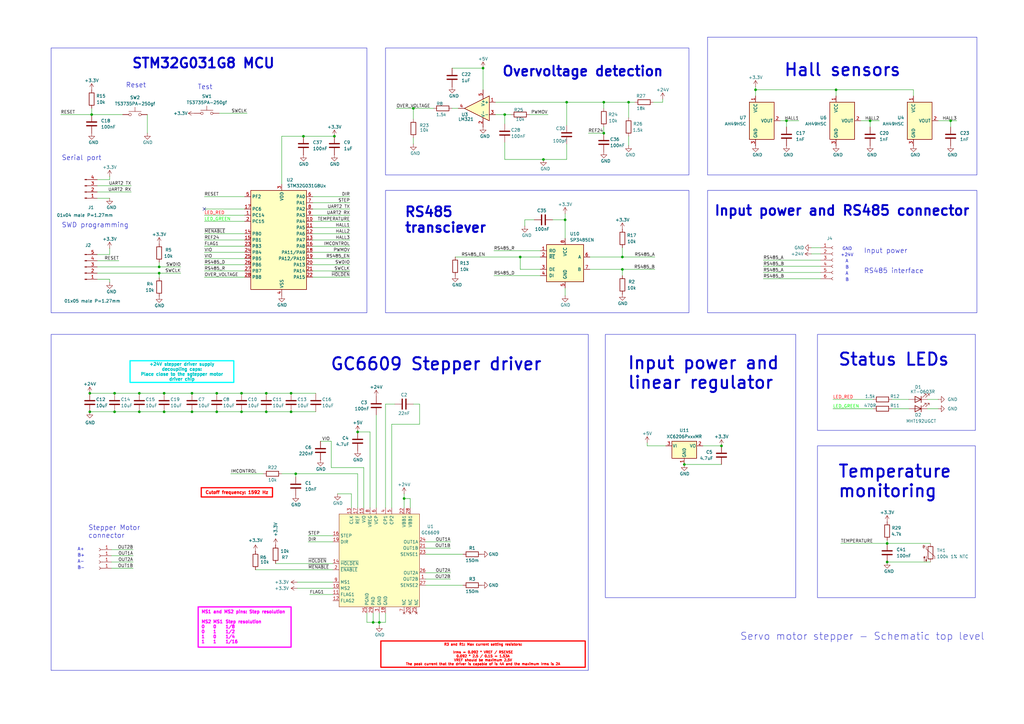
<source format=kicad_sch>
(kicad_sch (version 20231120) (generator "eeschema") (generator_version "8.0")
  (paper "A3")
  (title_block (title "Servo motor stepper M3 - Schematic top level") (date "2024-08-19") (rev "V10"))
  (junction (at 165.735 204.47))
  (junction (at 57.15 161.29))
  (junction (at 37.592 46.99))
  (junction (at 119.38 168.91))
  (junction (at 46.99 161.29))
  (junction (at 389.89 49.53))
  (junction (at 213.36 105.41))
  (junction (at 65.278 112.014))
  (junction (at 169.545 44.45))
  (junction (at 124.46 55.88))
  (junction (at 65.278 109.474))
  (junction (at 67.31 161.29))
  (junction (at 247.65 41.91))
  (junction (at 255.27 110.49))
  (junction (at 46.99 168.91))
  (junction (at 67.31 168.91))
  (junction (at 232.41 41.91))
  (junction (at 137.16 55.88))
  (junction (at 198.12 27.94))
  (junction (at 363.855 230.505))
  (junction (at 99.06 168.91))
  (junction (at 295.91 182.88))
  (junction (at 109.22 161.29))
  (junction (at 119.38 161.29))
  (junction (at 78.74 161.29))
  (junction (at 36.83 168.91))
  (junction (at 99.06 161.29))
  (junction (at 121.285 194.31))
  (junction (at 309.88 36.83))
  (junction (at 322.58 49.53))
  (junction (at 222.885 65.405))
  (junction (at 57.15 168.91))
  (junction (at 257.81 41.91))
  (junction (at 363.855 222.885))
  (junction (at 342.9 36.83))
  (junction (at 247.65 54.61))
  (junction (at 231.775 90.17))
  (junction (at 155.575 255.27))
  (junction (at 255.27 105.41))
  (junction (at 36.83 161.29))
  (junction (at 146.685 177.165))
  (junction (at 88.9 168.91))
  (junction (at 109.22 168.91))
  (junction (at 88.9 161.29))
  (junction (at 78.74 168.91))
  (junction (at 153.035 255.27))
  (junction (at 356.87 49.53))
  (junction (at 207.01 46.99))
  (junction (at 280.67 190.5))
  (no_connect (at 83.82 85.725))
  (wire (pts (xy 172.085 165.735) (xy 169.545 165.735)))
  (wire (pts (xy 320.04 49.53) (xy 322.58 49.53)))
  (wire (pts (xy 271.78 41.91) (xy 267.97 41.91)))
  (wire (pts (xy 99.06 161.29) (xy 109.22 161.29)))
  (wire (pts (xy 186.69 105.41) (xy 213.36 105.41)))
  (wire (pts (xy 162.56 44.45) (xy 169.545 44.45)))
  (wire (pts (xy 380.365 163.83) (xy 384.81 163.83)))
  (wire (pts (xy 39.878 109.474) (xy 65.278 109.474)))
  (wire (pts (xy 332.74 104.14) (xy 336.55 104.14)))
  (wire (pts (xy 143.51 98.425) (xy 128.27 98.425)))
  (wire (pts (xy 143.51 106.045) (xy 128.27 106.045)))
  (wire (pts (xy 356.87 49.53) (xy 360.68 49.53)))
  (wire (pts (xy 143.51 90.805) (xy 128.27 90.805)))
  (wire (pts (xy 83.82 108.585) (xy 100.33 108.585)))
  (wire (pts (xy 215.265 90.17) (xy 215.265 92.71)))
  (wire (pts (xy 165.735 204.47) (xy 165.735 208.28)))
  (wire (pts (xy 184.785 224.79) (xy 174.625 224.79)))
  (wire (pts (xy 57.15 161.29) (xy 67.31 161.29)))
  (wire (pts (xy 37.592 46.99) (xy 50.292 46.99)))
  (wire (pts (xy 222.885 65.405) (xy 232.41 65.405)))
  (wire (pts (xy 143.51 80.645) (xy 128.27 80.645)))
  (wire (pts (xy 169.545 44.45) (xy 169.545 48.895)))
  (wire (pts (xy 143.51 103.505) (xy 128.27 103.505)))
  (wire (pts (xy 332.74 101.6) (xy 336.55 101.6)))
  (wire (pts (xy 39.878 78.74) (xy 53.848 78.74)))
  (wire (pts (xy 255.27 101.6) (xy 255.27 105.41)))
  (wire (pts (xy 255.27 105.41) (xy 268.605 105.41)))
  (wire (pts (xy 78.74 168.91) (xy 88.9 168.91)))
  (wire (pts (xy 169.545 44.45) (xy 177.8 44.45)))
  (wire (pts (xy 255.27 110.49) (xy 255.27 113.03)))
  (wire (pts (xy 144.145 208.28) (xy 144.145 202.565)))
  (wire (pts (xy 128.27 85.725) (xy 143.51 85.725)))
  (wire (pts (xy 39.878 104.394) (xy 44.958 104.394)))
  (wire (pts (xy 128.27 88.265) (xy 143.51 88.265)))
  (wire (pts (xy 143.51 95.885) (xy 128.27 95.885)))
  (wire (pts (xy 83.82 103.505) (xy 100.33 103.505)))
  (wire (pts (xy 374.65 39.37) (xy 374.65 36.83)))
  (wire (pts (xy 222.885 65.405) (xy 207.01 65.405)))
  (wire (pts (xy 174.625 240.03) (xy 189.865 240.03)))
  (wire (pts (xy 241.935 110.49) (xy 255.27 110.49)))
  (wire (pts (xy 113.03 231.14) (xy 136.525 231.14)))
  (wire (pts (xy 389.89 49.53) (xy 389.89 52.07)))
  (wire (pts (xy 143.51 83.185) (xy 128.27 83.185)))
  (wire (pts (xy 109.22 168.91) (xy 119.38 168.91)))
  (wire (pts (xy 143.51 100.965) (xy 128.27 100.965)))
  (wire (pts (xy 353.06 49.53) (xy 356.87 49.53)))
  (wire (pts (xy 365.76 163.83) (xy 372.745 163.83)))
  (wire (pts (xy 57.15 168.91) (xy 67.31 168.91)))
  (wire (pts (xy 207.01 46.99) (xy 207.01 50.8)))
  (wire (pts (xy 158.115 165.735) (xy 158.115 208.28)))
  (wire (pts (xy 184.785 237.49) (xy 174.625 237.49)))
  (wire (pts (xy 126.365 219.71) (xy 136.525 219.71)))
  (wire (pts (xy 257.81 55.88) (xy 257.81 59.69)))
  (wire (pts (xy 213.36 105.41) (xy 221.615 105.41)))
  (wire (pts (xy 127 243.84) (xy 136.525 243.84)))
  (wire (pts (xy 363.855 222.885) (xy 381.635 222.885)))
  (wire (pts (xy 257.81 41.91) (xy 257.81 48.26)))
  (wire (pts (xy 380.365 167.64) (xy 384.81 167.64)))
  (wire (pts (xy 165.735 202.565) (xy 165.735 204.47)))
  (wire (pts (xy 161.925 165.735) (xy 158.115 165.735)))
  (wire (pts (xy 313.055 109.22) (xy 336.55 109.22)))
  (wire (pts (xy 313.055 106.68) (xy 336.55 106.68)))
  (wire (pts (xy 202.565 102.87) (xy 221.615 102.87)))
  (wire (pts (xy 149.225 208.28) (xy 149.225 191.77)))
  (wire (pts (xy 121.92 241.3) (xy 136.525 241.3)))
  (wire (pts (xy 207.01 58.42) (xy 207.01 65.405)))
  (wire (pts (xy 121.285 194.31) (xy 121.285 195.58)))
  (wire (pts (xy 231.775 90.17) (xy 231.775 97.79)))
  (wire (pts (xy 168.275 204.47) (xy 165.735 204.47)))
  (wire (pts (xy 126.365 222.25) (xy 136.525 222.25)))
  (wire (pts (xy 160.655 173.99) (xy 172.085 173.99)))
  (wire (pts (xy 154.305 170.18) (xy 154.305 208.28)))
  (wire (pts (xy 54.61 233.045) (xy 45.72 233.045)))
  (wire (pts (xy 39.878 73.66) (xy 44.958 73.66)))
  (wire (pts (xy 184.785 222.25) (xy 174.625 222.25)))
  (wire (pts (xy 115.57 194.31) (xy 121.285 194.31)))
  (wire (pts (xy 143.51 108.585) (xy 128.27 108.585)))
  (wire (pts (xy 363.855 230.505) (xy 381.635 230.505)))
  (wire (pts (xy 39.878 81.28) (xy 44.958 81.28)))
  (wire (pts (xy 36.83 161.29) (xy 46.99 161.29)))
  (wire (pts (xy 265.43 181.61) (xy 265.43 182.88)))
  (wire (pts (xy 213.36 110.49) (xy 221.615 110.49)))
  (wire (pts (xy 83.82 100.965) (xy 100.33 100.965)))
  (wire (pts (xy 231.775 87.63) (xy 231.775 90.17)))
  (wire (pts (xy 143.51 93.345) (xy 128.27 93.345)))
  (wire (pts (xy 144.145 202.565) (xy 138.43 202.565)))
  (wire (pts (xy 65.278 107.569) (xy 65.278 109.474)))
  (wire (pts (xy 203.2 41.91) (xy 232.41 41.91)))
  (wire (pts (xy 37.592 44.45) (xy 37.592 46.99)))
  (wire (pts (xy 389.89 49.53) (xy 392.43 49.53)))
  (wire (pts (xy 265.43 182.88) (xy 273.05 182.88)))
  (wire (pts (xy 363.855 221.615) (xy 363.855 222.885)))
  (wire (pts (xy 232.41 51.435) (xy 232.41 41.91)))
  (wire (pts (xy 169.545 56.515) (xy 169.545 59.055)))
  (wire (pts (xy 44.958 114.554) (xy 44.958 115.824)))
  (wire (pts (xy 83.82 106.045) (xy 100.33 106.045)))
  (wire (pts (xy 65.278 112.014) (xy 74.168 112.014)))
  (wire (pts (xy 257.81 41.91) (xy 260.35 41.91)))
  (wire (pts (xy 150.495 251.46) (xy 150.495 255.27)))
  (wire (pts (xy 226.695 90.17) (xy 231.775 90.17)))
  (wire (pts (xy 217.17 46.99) (xy 224.79 46.99)))
  (wire (pts (xy 168.275 208.28) (xy 168.275 204.47)))
  (wire (pts (xy 158.115 251.46) (xy 158.115 255.27)))
  (wire (pts (xy 88.9 161.29) (xy 99.06 161.29)))
  (wire (pts (xy 39.878 106.934) (xy 48.768 106.934)))
  (wire (pts (xy 203.2 46.99) (xy 207.01 46.99)))
  (wire (pts (xy 231.775 121.285) (xy 231.775 118.11)))
  (wire (pts (xy 83.82 90.805) (xy 100.33 90.805)))
  (wire (pts (xy 313.055 114.3) (xy 336.55 114.3)))
  (wire (pts (xy 155.575 251.46) (xy 155.575 255.27)))
  (wire (pts (xy 322.58 49.53) (xy 322.58 52.07)))
  (wire (pts (xy 174.625 227.33) (xy 189.865 227.33)))
  (wire (pts (xy 60.452 46.99) (xy 60.452 54.61)))
  (wire (pts (xy 83.82 95.885) (xy 100.33 95.885)))
  (wire (pts (xy 39.878 112.014) (xy 65.278 112.014)))
  (wire (pts (xy 153.035 255.27) (xy 155.575 255.27)))
  (wire (pts (xy 94.615 194.31) (xy 107.95 194.31)))
  (wire (pts (xy 83.82 113.665) (xy 100.33 113.665)))
  (wire (pts (xy 219.075 90.17) (xy 215.265 90.17)))
  (wire (pts (xy 24.892 46.99) (xy 37.592 46.99)))
  (wire (pts (xy 99.06 168.91) (xy 109.22 168.91)))
  (wire (pts (xy 344.805 222.885) (xy 363.855 222.885)))
  (wire (pts (xy 155.575 255.27) (xy 155.575 256.54)))
  (wire (pts (xy 78.74 161.29) (xy 88.9 161.29)))
  (wire (pts (xy 232.41 65.405) (xy 232.41 59.055)))
  (wire (pts (xy 83.82 98.425) (xy 100.33 98.425)))
  (wire (pts (xy 65.278 113.919) (xy 65.278 112.014)))
  (wire (pts (xy 88.9 168.91) (xy 99.06 168.91)))
  (wire (pts (xy 54.61 225.425) (xy 45.72 225.425)))
  (wire (pts (xy 342.9 39.37) (xy 342.9 36.83)))
  (wire (pts (xy 207.01 46.99) (xy 209.55 46.99)))
  (wire (pts (xy 374.65 36.83) (xy 342.9 36.83)))
  (wire (pts (xy 44.958 104.394) (xy 44.958 101.854)))
  (wire (pts (xy 255.27 110.49) (xy 268.605 110.49)))
  (wire (pts (xy 115.57 75.565) (xy 115.57 55.88)))
  (wire (pts (xy 119.38 161.29) (xy 129.54 161.29)))
  (wire (pts (xy 213.36 105.41) (xy 213.36 110.49)))
  (wire (pts (xy 322.58 49.53) (xy 327.66 49.53)))
  (wire (pts (xy 39.878 76.2) (xy 53.848 76.2)))
  (wire (pts (xy 172.085 173.99) (xy 172.085 165.735)))
  (wire (pts (xy 65.278 109.474) (xy 74.168 109.474)))
  (wire (pts (xy 151.765 177.165) (xy 151.765 208.28)))
  (wire (pts (xy 185.42 44.45) (xy 187.96 44.45)))
  (wire (pts (xy 185.42 27.94) (xy 198.12 27.94)))
  (wire (pts (xy 150.495 255.27) (xy 153.035 255.27)))
  (wire (pts (xy 83.82 88.265) (xy 100.33 88.265)))
  (wire (pts (xy 158.115 255.27) (xy 155.575 255.27)))
  (wire (pts (xy 124.46 55.88) (xy 137.16 55.88)))
  (wire (pts (xy 104.775 233.68) (xy 136.525 233.68)))
  (wire (pts (xy 67.31 168.91) (xy 78.74 168.91)))
  (wire (pts (xy 313.055 111.76) (xy 336.55 111.76)))
  (wire (pts (xy 89.916 46.482) (xy 101.346 46.482)))
  (wire (pts (xy 160.655 208.28) (xy 160.655 173.99)))
  (wire (pts (xy 46.99 168.91) (xy 57.15 168.91)))
  (wire (pts (xy 309.88 35.56) (xy 309.88 36.83)))
  (wire (pts (xy 271.78 40.64) (xy 271.78 41.91)))
  (wire (pts (xy 36.83 168.91) (xy 46.99 168.91)))
  (wire (pts (xy 39.878 114.554) (xy 44.958 114.554)))
  (wire (pts (xy 135.89 191.77) (xy 149.225 191.77)))
  (wire (pts (xy 341.63 167.64) (xy 358.14 167.64)))
  (wire (pts (xy 44.958 73.66) (xy 44.958 72.39)))
  (wire (pts (xy 247.65 41.91) (xy 257.81 41.91)))
  (wire (pts (xy 241.935 105.41) (xy 255.27 105.41)))
  (wire (pts (xy 121.285 194.31) (xy 146.685 194.31)))
  (wire (pts (xy 288.29 182.88) (xy 295.91 182.88)))
  (wire (pts (xy 54.61 227.965) (xy 45.72 227.965)))
  (wire (pts (xy 146.685 177.165) (xy 151.765 177.165)))
  (wire (pts (xy 146.685 208.28) (xy 146.685 194.31)))
  (wire (pts (xy 83.82 85.725) (xy 100.33 85.725)))
  (wire (pts (xy 109.22 161.29) (xy 119.38 161.29)))
  (wire (pts (xy 247.65 41.91) (xy 247.65 44.45)))
  (wire (pts (xy 54.61 230.505) (xy 45.72 230.505)))
  (wire (pts (xy 119.38 168.91) (xy 129.54 168.91)))
  (wire (pts (xy 198.12 27.94) (xy 198.12 36.83)))
  (wire (pts (xy 184.785 234.95) (xy 174.625 234.95)))
  (wire (pts (xy 131.445 180.975) (xy 135.89 180.975)))
  (wire (pts (xy 247.65 52.07) (xy 247.65 54.61)))
  (wire (pts (xy 342.9 36.83) (xy 309.88 36.83)))
  (wire (pts (xy 309.88 36.83) (xy 309.88 39.37)))
  (wire (pts (xy 384.81 49.53) (xy 389.89 49.53)))
  (wire (pts (xy 143.51 113.665) (xy 128.27 113.665)))
  (wire (pts (xy 83.82 111.125) (xy 100.33 111.125)))
  (wire (pts (xy 356.87 49.53) (xy 356.87 52.07)))
  (wire (pts (xy 280.67 190.5) (xy 295.91 190.5)))
  (wire (pts (xy 241.3 54.61) (xy 247.65 54.61)))
  (wire (pts (xy 365.76 167.64) (xy 372.745 167.64)))
  (wire (pts (xy 83.82 80.645) (xy 100.33 80.645)))
  (wire (pts (xy 115.57 55.88) (xy 124.46 55.88)))
  (wire (pts (xy 136.525 238.76) (xy 121.92 238.76)))
  (wire (pts (xy 46.99 161.29) (xy 57.15 161.29)))
  (wire (pts (xy 153.035 251.46) (xy 153.035 255.27)))
  (wire (pts (xy 341.63 163.83) (xy 358.14 163.83)))
  (wire (pts (xy 232.41 41.91) (xy 247.65 41.91)))
  (wire (pts (xy 202.565 113.03) (xy 221.615 113.03)))
  (wire (pts (xy 135.89 191.77) (xy 135.89 180.975)))
  (wire (pts (xy 67.31 161.29) (xy 78.74 161.29)))
  (wire (pts (xy 143.51 111.125) (xy 128.27 111.125)))
  (rectangle (start 248.285 137.16) (end 326.39 245.11))
  (rectangle (start 335.28 137.16) (end 400.05 176.53))
  (rectangle (start 20.955 137.16) (end 241.3 274.955))
  (rectangle (start 158.115 19.685) (end 282.575 71.755))
  (rectangle (start 290.195 15.24) (end 400.685 71.755))
  (rectangle (start 20.955 19.685) (end 150.495 128.27))
  (rectangle (start 158.115 78.105) (end 282.575 128.27))
  (rectangle (start 335.28 182.88) (end 400.05 245.11))
  (rectangle (start 290.195 78.105) (end 400.685 128.27))
  (text_box "Cutoff frequency: 1592 Hz\n" (at 82.55 200.025 0) (size 29.21 3.81) (stroke (width 0.5) (color 255 0 0 1)) (effects (font (size 1.27 1.27) (thickness 0.4) (bold yes))))
  (text_box "+24V stepper driver supply \ndecoupling caps:\nPlace close to the sgtepper motor driver chip" (at 53.34 147.955 0) (size 42.545 8.89) (stroke (width 0.5) (color 0 255 255 1)) (effects (font (size 1.27 1.27) (thickness 0.4) (bold yes))))
  (text_box "MS1 and MS2 pins: Step resolution\n\nMS2	MS1	Step resolution\n0	0	1/8\n0	1	1/2\n1	0	1/4\n1	1	1/16\n" (at 81.28 248.92 0) (size 38.1 16.51) (stroke (width 0.5) (color 255 0 255 1)) (effects (font (size 1.27 1.27) (thickness 0.4) (bold yes)) (justify left top)))
  (text_box "${94df9340-9001-4abf-849e-0a57a0ae12d6:REFERENCE} and ${c2765680-53cb-47ff-a513-50fbdfe64cd0:REFERENCE}: Max current setting resistors:\n\nIrms = 0.092 * VREF / RSENSE\n0.092 * 2.5 / 0.15 = 1.53A\nVREF should be maximum 2.5V\nThe peak current that the driver is capable of is 4A and the maximum Irms is 2A" (at 156.21 262.89 0) (size 83.82 10.795) (stroke (width 0.5) (color 255 0 0 1)) (effects (font (size 1 1) (thickness 0.4) (bold yes))))
  (text "Reset" (at 51.562 36.195 0) (effects (font (size 2 2)) (justify left bottom)))
  (text "Test" (at 81.026 36.957 0) (effects (font (size 2 2)) (justify left bottom)))
  (text "B" (at 346.71 115.57 0) (effects (font (size 1.27 1.27)) (justify left bottom)))
  (text "+24V" (at 344.805 105.41 0) (effects (font (size 1.27 1.27)) (justify left bottom)))
  (text "SWD programming" (at 25.273 93.599 0) (effects (font (size 2 2)) (justify left bottom)))
  (text "Serial port" (at 25.273 66.04 0) (effects (font (size 2 2)) (justify left bottom)))
  (text "GND" (at 345.44 102.87 0) (effects (font (size 1.27 1.27)) (justify left bottom)))
  (text "RS485\ntransciever" (at 165.735 95.885 0) (effects (font (size 4 4) (thickness 0.8) (bold yes)) (justify left bottom)))
  (text "Input power" (at 354.33 104.14 0) (effects (font (size 2 2)) (justify left bottom)))
  (text "B" (at 346.71 110.49 0) (effects (font (size 1.27 1.27)) (justify left bottom)))
  (text "A+" (at 31.75 226.06 0) (effects (font (size 1.27 1.27)) (justify left bottom)))
  (text "Status LEDs" (at 343.535 150.495 0) (effects (font (size 5 5) (thickness 0.8) (bold yes)) (justify left bottom)))
  (text "Overvoltage detection" (at 205.74 31.75 0) (effects (font (size 4 4) (thickness 0.8) (bold yes)) (justify left bottom)))
  (text "Input power and\nlinear regulator" (at 257.175 160.02 0) (effects (font (size 5 5) (thickness 0.8) (bold yes)) (justify left bottom)))
  (text "A" (at 346.71 107.95 0) (effects (font (size 1.27 1.27)) (justify left bottom)))
  (text "Input power and RS485 connector" (at 292.735 88.9 0) (effects (font (size 4 4) (thickness 0.8) (bold yes)) (justify left bottom)))
  (text "A" (at 346.71 113.03 0) (effects (font (size 1.27 1.27)) (justify left bottom)))
  (text "RS485 interface" (at 354.33 112.395 0) (effects (font (size 2 2)) (justify left bottom)))
  (text "Temperature\nmonitoring" (at 343.535 204.47 0) (effects (font (size 5 5) (thickness 0.8) (bold yes)) (justify left bottom)))
  (text "B+" (at 31.75 228.6 0) (effects (font (size 1.27 1.27)) (justify left bottom)))
  (text "Servo motor stepper - Schematic top level" (at 303.53 262.89 0) (effects (font (size 3 3)) (justify left bottom)))
  (text "STM32G031G8 MCU" (at 53.848 28.448 0) (effects (font (size 4 4) (thickness 0.8) (bold yes)) (justify left bottom)))
  (text "A-" (at 31.75 231.14 0) (effects (font (size 1.27 1.27)) (justify left bottom)))
  (text "B-" (at 31.75 233.68 0) (effects (font (size 1.27 1.27)) (justify left bottom)))
  (text "GC6609 Stepper driver" (at 135.255 152.4 0) (effects (font (size 5 5) (thickness 0.8) (bold yes)) (justify left bottom)))
  (text "Hall sensors" (at 321.31 31.75 0) (effects (font (size 5 5) (thickness 0.8) (bold yes)) (justify left bottom)))
  (text "Stepper Motor\nconnector" (at 36.195 220.98 0) (effects (font (size 2 2)) (justify left bottom)))
  (label "DIR" (at 126.365 222.25 0))
  (label "RESET" (at 48.768 106.934 180))
  (label "OUT1A" (at 184.785 222.25 180))
  (label "RS485_EN" (at 143.51 106.045 180))
  (label "~{MENABLE}" (at 83.82 95.885 0))
  (label "SWCLK" (at 74.168 112.014 180))
  (label "OVER_VOLTAGE" (at 83.82 113.665 0))
  (label "HALL2" (at 360.68 49.53 180))
  (label "OUT2A" (at 184.785 234.95 180))
  (label "REF24" (at 241.3 54.61 0))
  (label "RS485_R" (at 202.565 102.87 0))
  (label "RS485_EN" (at 189.23 105.41 0))
  (label "DIR" (at 143.51 80.645 180))
  (label "VIO" (at 83.82 106.045 0))
  (label "OUT2B" (at 184.785 237.49 180))
  (label "OUT2B" (at 54.61 225.425 180))
  (label "LED_GREEN" (at 83.82 90.805 0))
  (label "~{MENABLE}" (at 126.365 233.68 0))
  (label "RS485_B" (at 313.055 109.22 0))
  (label "VIO" (at 83.82 103.505 0))
  (label "SWCLK" (at 143.51 111.125 180))
  (label "STEP" (at 126.365 219.71 0))
  (label "RS485_A" (at 313.055 106.68 0))
  (label "OUT1A" (at 54.61 227.965 180))
  (label "PWMOV" (at 217.805 46.99 0))
  (label "UART2 RX" (at 53.848 78.74 180))
  (label "OUT1B" (at 54.61 233.045 180))
  (label "RESET" (at 24.892 46.99 0))
  (label "PWMOV" (at 143.51 103.505 180))
  (label "RS485_A" (at 313.055 111.76 0))
  (label "RS485_A" (at 268.605 105.41 180))
  (label "HALL2" (at 143.51 95.885 180))
  (label "~{HOLDEN}" (at 135.89 113.665 0))
  (label "LED_RED" (at 83.82 88.265 0))
  (label "RESET" (at 83.82 80.645 0))
  (label "OVER_VOLTAGE" (at 162.56 44.45 0))
  (label "RS485_B" (at 313.055 114.3 0))
  (label "RS485_D" (at 202.565 113.03 0))
  (label "HALL3" (at 143.51 98.425 180))
  (label "LED_RED" (at 341.63 163.83 0))
  (label "LED_GREEN" (at 341.63 167.64 0))
  (label "SWCLK" (at 101.346 46.482 180))
  (label "REF24" (at 83.82 98.425 0))
  (label "IMCONTROL" (at 143.51 100.965 180))
  (label "RS485_R" (at 83.82 111.125 0))
  (label "UART2 TX" (at 143.51 85.725 180))
  (label "~{HOLDEN}" (at 126.365 231.14 0))
  (label "FLAG1" (at 83.82 100.965 0))
  (label "SWDIO" (at 74.168 109.474 180))
  (label "UART2 TX" (at 53.848 76.2 180))
  (label "HALL1" (at 143.51 93.345 180))
  (label "TEMPERATURE" (at 344.805 222.885 0))
  (label "RS485_B" (at 268.605 110.49 180))
  (label "HALL3" (at 392.43 49.53 180))
  (label "UART2 RX" (at 143.51 88.265 180))
  (label "VIO" (at 132.08 180.975 0))
  (label "TEMPERATURE" (at 143.51 90.805 180))
  (label "OUT2A" (at 54.61 230.505 180))
  (label "FLAG1" (at 127 243.84 0))
  (label "IMCONTROL" (at 94.615 194.31 0))
  (label "SWDIO" (at 143.51 108.585 180))
  (label "HALL1" (at 327.66 49.53 180))
  (label "STEP" (at 143.51 83.185 180))
  (label "OUT1B" (at 184.785 224.79 180))
  (label "RS485_D" (at 83.82 108.585 0))
  (symbol (lib_id "power:GND") (at 363.855 230.505 0) (unit 1)
    (property "Reference" "#PWR071" (effects (hide yes)))
    (property "Value" "GND" (at 362.585 234.315 0) (effects (justify left)))
  )
  (symbol (lib_id "power:+3.3V") (at 309.88 35.56 0) (unit 1)
    (property "Reference" "#PWR028" (effects (hide yes)))
    (property "Value" "+3.3V" (at 309.88 31.75 0))
  )
  (symbol (lib_id "power:+3.3V") (at 231.775 87.63 0) (unit 1)
    (property "Reference" "#PWR033" (effects (hide yes)))
    (property "Value" "+3.3V" (at 231.775 83.82 0))
  )
  (symbol (lib_id "power:GND") (at 356.87 59.69 0) (unit 1)
    (property "Reference" "#PWR0105" (effects (hide yes)))
    (property "Value" "GND" (at 355.6 63.5 0) (effects (justify left)))
  )
  (symbol (lib_id "Device:C") (at 37.592 50.8 0) (unit 1)
    (property "Reference" "C18" (at 41.402 49.5299 0) (effects (justify left)))
    (property "Value" "100nF" (at 41.402 52.0699 0) (effects (justify left)))
    (property "Footprint" "Capacitor_SMD:C_0402_1005Metric" (effects (hide yes)))
    (property "LCSC" "C307331" (effects (hide yes)))
  )
  (symbol (lib_id "Device:LED") (at 376.555 163.83 180) (unit 1)
    (property "Reference" "D1" (at 376.555 158.75 0))
    (property "Value" "KT-0603R" (at 378.46 160.655 0))
    (property "Footprint" "LED_SMD:LED_0603_1608Metric" (effects (hide yes)))
    (property "Description" "Light emitting diode" (effects (hide yes)))
    (property "LCSC" "C2286" (effects (hide yes)))
  )
  (symbol (lib_id "power:+3.3V") (at 137.16 55.88 0) (unit 1)
    (property "Reference" "#PWR07" (effects (hide yes)))
    (property "Value" "+3.3V" (at 137.16 52.07 0))
  )
  (symbol (lib_id "power:+3.3V") (at 295.91 182.88 0) (unit 1)
    (property "Reference" "#PWR060" (effects (hide yes)))
    (property "Value" "+3.3V" (at 295.91 179.07 0))
  )
  (symbol (lib_id "Sensor_Magnetic:A1101ELHL") (at 312.42 49.53 0) (unit 1) (exclude_from_sim yes)
    (property "Reference" "U7" (at 306.07 48.2599 0) (effects (justify right)))
    (property "Value" "AH49HSC" (at 306.07 50.7999 0) (effects (justify right)))
    (property "Footprint" "Package_TO_SOT_SMD:SOT-23" (effects (hide yes)))
    (property "LCSC" "C510723" (effects (hide yes)))
  )
  (symbol (lib_id "Device:C") (at 99.06 165.1 0) (unit 1)
    (property "Reference" "C10" (at 101.6 163.83 0) (effects (justify left)))
    (property "Value" "10uF" (at 101.6 166.37 0) (effects (justify left)))
    (property "Footprint" "Capacitor_SMD:C_0603_1608Metric" (effects (hide yes)))
    (property "LCSC" "C194427" (effects (hide yes)))
  )
  (symbol (lib_id "Amplifier_Operational:LM321") (at 195.58 44.45 0) (mirror y) (unit 1) (exclude_from_sim yes)
    (property "Reference" "U3" (at 189.23 46.99 0) (effects (justify right)))
    (property "Value" "LM321" (at 187.96 48.895 0) (effects (justify right)))
    (property "Footprint" "Package_TO_SOT_SMD:SOT-23-5" (effects (hide yes)))
    (property "Datasheet" "https://www.lcsc.com/datasheet/lcsc_datasheet_2401051805_HANSCHIP-semiconductor-LM321MF_C19723728.pdf" (effects (hide yes)))
    (property "LCSC" "C19723728" (effects (hide yes)))
  )
  (symbol (lib_id "power:GND") (at 322.58 59.69 0) (unit 1)
    (property "Reference" "#PWR0110" (effects (hide yes)))
    (property "Value" "GND" (at 321.31 63.5 0) (effects (justify left)))
  )
  (symbol (lib_id "power:GND") (at 309.88 59.69 0) (unit 1)
    (property "Reference" "#PWR0108" (effects (hide yes)))
    (property "Value" "GND" (at 308.61 63.5 0) (effects (justify left)))
  )
  (symbol (lib_id "power:GND") (at 384.81 163.83 90) (unit 1)
    (property "Reference" "#PWR030" (effects (hide yes)))
    (property "Value" "GND" (at 388.62 163.8299 90) (effects (justify right)))
  )
  (symbol (lib_id "Device:R") (at 111.76 194.31 90) (unit 1)
    (property "Reference" "R22" (at 111.76 191.77 90))
    (property "Value" "10k" (at 111.76 196.85 90))
    (property "Footprint" "Resistor_SMD:R_0402_1005Metric" (effects (hide yes)))
    (property "LCSC" "C25744" (effects (hide yes)))
  )
  (symbol (lib_id "Sensor_Magnetic:A1101ELHL") (at 377.19 49.53 0) (unit 1) (exclude_from_sim yes)
    (property "Reference" "U4" (at 370.84 48.2599 0) (effects (justify right)))
    (property "Value" "AH49HSC" (at 370.84 50.7999 0) (effects (justify right)))
    (property "Footprint" "Package_TO_SOT_SMD:SOT-23" (effects (hide yes)))
    (property "LCSC" "C510723" (effects (hide yes)))
  )
  (symbol (lib_id "power:GND") (at 121.285 203.2 0) (unit 1)
    (property "Reference" "#PWR038" (effects (hide yes)))
    (property "Value" "GND" (at 119.38 207.01 0) (effects (justify left)))
  )
  (symbol (lib_id "power:+3.3V") (at 37.592 36.83 0) (unit 1)
    (property "Reference" "#PWR035" (effects (hide yes)))
    (property "Value" "+3.3V" (at 37.592 33.02 0))
  )
  (symbol (lib_id "Device:C") (at 119.38 165.1 0) (unit 1)
    (property "Reference" "C13" (at 121.92 163.83 0) (effects (justify left)))
    (property "Value" "10uF" (at 121.92 166.37 0) (effects (justify left)))
    (property "Footprint" "Capacitor_SMD:C_0603_1608Metric" (effects (hide yes)))
    (property "LCSC" "C194427" (effects (hide yes)))
  )
  (symbol (lib_id "power:GND") (at 255.27 120.65 0) (unit 1)
    (property "Reference" "#PWR018" (effects (hide yes)))
    (property "Value" "GND" (at 253.365 124.46 0) (effects (justify left)))
  )
  (symbol (lib_id "power:GND") (at 65.278 121.539 0) (unit 1)
    (property "Reference" "#PWR09" (effects (hide yes)))
    (property "Value" "GND" (at 63.373 125.349 0) (effects (justify left)))
  )
  (symbol (lib_id "Device:R") (at 181.61 44.45 90) (unit 1)
    (property "Reference" "R8" (at 180.34 42.545 90))
    (property "Value" "1.5k" (at 180.975 46.99 90))
    (property "Footprint" "Resistor_SMD:R_0402_1005Metric" (effects (hide yes)))
    (property "LCSC" "C25867" (effects (hide yes)))
  )
  (symbol (lib_id "power:GND") (at 222.885 65.405 0) (unit 1)
    (property "Reference" "#PWR058" (effects (hide yes)))
    (property "Value" "GND" (at 221.615 69.215 0) (effects (justify left)))
  )
  (symbol (lib_id "power:+3.3V") (at 121.92 241.3 90) (unit 1)
    (property "Reference" "#PWR043" (effects (hide yes)))
    (property "Value" "+3.3V" (at 115.57 241.3 90))
  )
  (symbol (lib_id "Device:R") (at 113.03 227.33 0) (unit 1)
    (property "Reference" "R7" (at 116.84 228.6 0))
    (property "Value" "10k" (at 116.84 226.06 0))
    (property "Footprint" "Resistor_SMD:R_0402_1005Metric" (effects (hide yes)))
    (property "LCSC" "C25744" (effects (hide yes)))
  )
  (symbol (lib_id "power:GND") (at 185.42 35.56 0) (unit 1)
    (property "Reference" "#PWR044" (effects (hide yes)))
    (property "Value" "GND" (at 184.15 39.37 0) (effects (justify left)))
  )
  (symbol (lib_id "Device:R") (at 255.27 116.84 180) (unit 1)
    (property "Reference" "R2" (at 259.08 115.57 0))
    (property "Value" "10k" (at 259.08 118.11 0))
    (property "Footprint" "Resistor_SMD:R_0402_1005Metric" (effects (hide yes)))
    (property "LCSC" "C25744" (effects (hide yes)))
  )
  (symbol (lib_id "power:GND") (at 44.958 115.824 0) (unit 1)
    (property "Reference" "#PWR05" (effects (hide yes)))
    (property "Value" "GND" (at 43.688 119.634 0) (effects (justify left)))
  )
  (symbol (lib_id "Device:C") (at 185.42 31.75 0) (unit 1)
    (property "Reference" "C22" (at 189.23 30.4799 0) (effects (justify left)))
    (property "Value" "1uF" (at 189.23 33.0199 0) (effects (justify left)))
    (property "Footprint" "Capacitor_SMD:C_0402_1005Metric" (effects (hide yes)))
    (property "LCSC" "C52923" (effects (hide yes)))
  )
  (symbol (lib_id "power:GND") (at 169.545 59.055 0) (unit 1)
    (property "Reference" "#PWR049" (effects (hide yes)))
    (property "Value" "GND" (at 168.275 62.865 0) (effects (justify left)))
  )
  (symbol (lib_id "power:GND") (at 115.57 121.285 0) (unit 1)
    (property "Reference" "#PWR029" (effects (hide yes)))
    (property "Value" "GND" (at 113.665 125.095 0) (effects (justify left)))
  )
  (symbol (lib_id "Device:R") (at 169.545 52.705 180) (unit 1)
    (property "Reference" "R23" (at 173.99 51.435 0))
    (property "Value" "10k" (at 173.99 53.34 0))
    (property "Footprint" "Resistor_SMD:R_0402_1005Metric" (effects (hide yes)))
    (property "LCSC" "C25744" (effects (hide yes)))
  )
  (symbol (lib_id "power:GND") (at 137.16 63.5 0) (unit 1)
    (property "Reference" "#PWR021" (effects (hide yes)))
    (property "Value" "GND" (at 135.255 67.31 0) (effects (justify left)))
  )
  (symbol (lib_id "Device:C") (at 295.91 186.69 0) (unit 1)
    (property "Reference" "C5" (at 289.56 185.42 0) (effects (justify left)))
    (property "Value" "4.7uF" (at 287.02 187.96 0) (effects (justify left)))
    (property "Footprint" "Capacitor_SMD:C_0402_1005Metric" (effects (hide yes)))
    (property "LCSC" "C23733" (effects (hide yes)))
  )
  (symbol (lib_id "power:+3.3V") (at 121.92 238.76 90) (unit 1)
    (property "Reference" "#PWR045" (effects (hide yes)))
    (property "Value" "+3.3V" (at 115.57 238.76 90))
  )
  (symbol (lib_id "Device:R") (at 361.95 167.64 90) (unit 1)
    (property "Reference" "R11" (at 367.03 166.37 90))
    (property "Value" "470R" (at 356.87 166.37 90))
    (property "Footprint" "Resistor_SMD:R_0402_1005Metric" (effects (hide yes)))
    (property "LCSC" "C25117" (effects (hide yes)))
  )
  (symbol (lib_id "power:GND") (at 37.592 54.61 0) (unit 1)
    (property "Reference" "#PWR036" (effects (hide yes)))
    (property "Value" "GND" (at 36.322 58.42 0) (effects (justify left)))
  )
  (symbol (lib_id "Device:C") (at 131.445 184.785 0) (unit 1)
    (property "Reference" "C6" (at 125.095 183.515 0) (effects (justify left)))
    (property "Value" "220nF" (at 122.555 186.055 0) (effects (justify left)))
    (property "Footprint" "Capacitor_SMD:C_0402_1005Metric" (effects (hide yes)))
    (property "LCSC" "C16772" (effects (hide yes)))
  )
  (symbol (lib_id "power:GND") (at 60.452 54.61 0) (unit 1)
    (property "Reference" "#PWR039" (effects (hide yes)))
    (property "Value" "GND" (at 58.547 58.42 0) (effects (justify left)))
  )
  (symbol (lib_id "MCU_ST_STM32G0:STM32G031G8Ux") (at 113.03 98.425 0) (unit 1)
    (property "Reference" "U2" (at 117.5101 73.787 0) (effects (justify left)))
    (property "Value" "STM32G031G8Ux" (at 117.7641 76.2 0) (effects (justify left)))
    (property "Footprint" "Package_DFN_QFN:QFN-28_4x4mm_P0.5mm" (effects (hide yes)))
    (property "Datasheet" "https://www.st.com/resource/en/datasheet/stm32g031g8.pdf" (effects (hide yes)))
    (property "Description" "STMicroelectronics Arm Cortex-M0+ MCU, 64KB flash, 8KB RAM, 64 MHz, 1.7-3.6V, 26 GPIO, UFQFPN28" (effects (hide yes)))
    (property "LCSC" "C432211" (effects (hide yes)))
  )
  (symbol (lib_id "power:GND") (at 197.485 240.03 90) (unit 1)
    (property "Reference" "#PWR015" (effects (hide yes)))
    (property "Value" "GND" (at 204.47 240.03 90) (effects (justify left)))
  )
  (symbol (lib_id "power:GND") (at 124.46 63.5 0) (unit 1)
    (property "Reference" "#PWR027" (effects (hide yes)))
    (property "Value" "GND" (at 122.555 67.31 0) (effects (justify left)))
  )
  (symbol (lib_id "Connector:Conn_01x01_Socket") (at 40.64 225.425 180) (unit 1) (in_bom no)
    (property "Reference" "J8" (effects (hide yes)))
    (property "Value" "Conn_01x01_Socket" (effects (hide yes)))
    (property "Footprint" "servo_motor:Pad_3mm_TopOnly" (effects (hide yes)))
  )
  (symbol (lib_id "Device:C") (at 36.83 165.1 0) (unit 1)
    (property "Reference" "C12" (at 39.37 163.83 0) (effects (justify left)))
    (property "Value" "10uF" (at 39.37 166.37 0) (effects (justify left)))
    (property "Footprint" "Capacitor_SMD:C_0603_1608Metric" (effects (hide yes)))
    (property "LCSC" "C194427" (effects (hide yes)))
  )
  (symbol (lib_id "Device:C") (at 154.305 166.37 0) (unit 1)
    (property "Reference" "C3" (at 147.955 165.1 0) (effects (justify left)))
    (property "Value" "100nF" (at 145.415 167.64 0) (effects (justify left)))
    (property "Footprint" "Capacitor_SMD:C_0402_1005Metric" (effects (hide yes)))
    (property "LCSC" "C307331" (effects (hide yes)))
  )
  (symbol (lib_id "power:GND") (at 36.83 168.91 0) (unit 1)
    (property "Reference" "#PWR032" (effects (hide yes)))
    (property "Value" "GND" (at 34.925 173.355 0) (effects (justify left)))
  )
  (symbol (lib_id "Device:C") (at 247.65 58.42 0) (unit 1)
    (property "Reference" "C36" (at 250.19 57.15 0) (effects (justify left)))
    (property "Value" "100nF" (at 250.19 59.69 0) (effects (justify left)))
    (property "Footprint" "Capacitor_SMD:C_0402_1005Metric" (effects (hide yes)))
    (property "LCSC" "C307331" (effects (hide yes)))
  )
  (symbol (lib_id "Device:R") (at 104.775 229.87 180) (unit 1)
    (property "Reference" "R6" (at 107.95 228.6 0))
    (property "Value" "10k" (at 108.585 230.505 0))
    (property "Footprint" "Resistor_SMD:R_0402_1005Metric" (effects (hide yes)))
    (property "LCSC" "C25744" (effects (hide yes)))
  )
  (symbol (lib_name "GC6609_1") (lib_id "servo_motor:GC6609") (at 155.575 231.14 0) (unit 1)
    (property "Reference" "U1" (at 176.53 215.9314 0))
    (property "Value" "GC6609" (at 176.53 218.4714 0))
    (property "Footprint" "Package_DFN_QFN:QFN-28-1EP_5x5mm_P0.5mm_EP3.75x3.75mm_ThermalVias" (effects (hide yes)))
    (property "LCSC" "C16197208" (effects (hide yes)))
  )
  (symbol (lib_id "power:GND") (at 146.685 184.785 0) (unit 1)
    (property "Reference" "#PWR013" (effects (hide yes)))
    (property "Value" "GND" (at 144.78 188.595 0) (effects (justify left)))
  )
  (symbol (lib_id "power:GND") (at 155.575 256.54 0) (unit 1)
    (property "Reference" "#PWR012" (effects (hide yes)))
    (property "Value" "GND" (at 153.67 260.35 0) (effects (justify left)))
  )
  (symbol (lib_id "Device:C") (at 222.885 90.17 90) (unit 1)
    (property "Reference" "C35" (at 224.155 86.36 90) (effects (justify left)))
    (property "Value" "100nF" (at 225.425 93.98 90) (effects (justify left)))
    (property "Footprint" "Capacitor_SMD:C_0402_1005Metric" (effects (hide yes)))
    (property "LCSC" "C307331" (effects (hide yes)))
  )
  (symbol (lib_id "power:+10V") (at 198.12 27.94 0) (unit 1)
    (property "Reference" "#PWR050" (effects (hide yes)))
    (property "Value" "+5V" (at 198.12 24.13 0))
  )
  (symbol (lib_id "power:GND") (at 389.89 59.69 0) (unit 1)
    (property "Reference" "#PWR0106" (effects (hide yes)))
    (property "Value" "GND" (at 388.62 63.5 0) (effects (justify left)))
  )
  (symbol (lib_id "Device:R") (at 361.95 163.83 90) (unit 1)
    (property "Reference" "R12" (at 367.03 162.56 90))
    (property "Value" "1.5k" (at 356.87 162.56 90))
    (property "Footprint" "Resistor_SMD:R_0402_1005Metric" (effects (hide yes)))
    (property "LCSC" "C25867" (effects (hide yes)))
  )
  (symbol (lib_id "Connector:Conn_01x04_Pin") (at 34.798 78.74 0) (mirror x) (unit 1) (in_bom no)
    (property "Reference" "J1" (at 37.338 85.09 0))
    (property "Value" "01x04 male P=1.27mm" (at 34.798 88.265 0))
    (property "Footprint" "Connector_PinHeader_1.27mm:PinHeader_1x04_P1.27mm_Vertical" (effects (hide yes)))
  )
  (symbol (lib_id "power:GND") (at 332.74 101.6 270) (mirror x) (unit 1)
    (property "Reference" "#PWR020" (effects (hide yes)))
    (property "Value" "GND" (at 325.755 101.6 90) (effects (justify left)))
  )
  (symbol (lib_id "Device:R") (at 264.16 41.91 270) (unit 1)
    (property "Reference" "R27" (at 262.89 39.37 90))
    (property "Value" "18k" (at 262.89 44.45 90))
    (property "Footprint" "Resistor_SMD:R_0603_1608Metric" (effects (hide yes)))
    (property "Description" "100mW Thick Film Resistors 75V ±100ppm/℃ ±1% 18kΩ 0603 Chip Resistor - Surface Mount ROHS" (effects (hide yes)))
    (property "LCSC" "C25810" (effects (hide yes)))
  )
  (symbol (lib_id "power:+3.3V") (at 44.958 72.39 0) (unit 1)
    (property "Reference" "#PWR02" (effects (hide yes)))
    (property "Value" "+3.3V" (at 44.958 68.58 0))
  )
  (symbol (lib_id "Connector:Conn_01x06_Socket") (at 341.63 106.68 0) (unit 1)
    (property "Reference" "J4" (at 339.09 97.79 0) (effects (justify left)))
    (property "Value" "Conn_01x06_Socket" (effects (hide yes)))
    (property "Footprint" "Connector_PinSocket_2.00mm:PinSocket_1x06_P2.00mm_Vertical" (effects (hide yes)))
  )
  (symbol (lib_id "power:+3.3V") (at 65.278 99.949 0) (unit 1)
    (property "Reference" "#PWR010" (effects (hide yes)))
    (property "Value" "+3.3V" (at 65.278 96.139 0))
  )
  (symbol (lib_id "power:+24V") (at 154.305 162.56 0) (unit 1)
    (property "Reference" "#PWR011" (effects (hide yes)))
    (property "Value" "+24V" (at 154.305 158.75 0))
  )
  (symbol (lib_id "Device:R") (at 65.278 117.729 180) (unit 1)
    (property "Reference" "R4" (at 61.468 116.459 0))
    (property "Value" "10k" (at 61.468 118.999 0))
    (property "Footprint" "Resistor_SMD:R_0402_1005Metric" (effects (hide yes)))
    (property "LCSC" "C25744" (effects (hide yes)))
  )
  (symbol (lib_id "Connector:Conn_01x01_Socket") (at 40.64 227.965 180) (unit 1) (in_bom no)
    (property "Reference" "J3" (effects (hide yes)))
    (property "Value" "Conn_01x01_Socket" (effects (hide yes)))
    (property "Footprint" "servo_motor:Pad_3mm_TopOnly" (effects (hide yes)))
  )
  (symbol (lib_id "power:GND") (at 384.81 167.64 90) (unit 1)
    (property "Reference" "#PWR031" (effects (hide yes)))
    (property "Value" "GND" (at 388.62 167.6399 90) (effects (justify right)))
  )
  (symbol (lib_id "Interface_UART:SP3485EN") (at 231.775 107.95 0) (unit 1)
    (property "Reference" "U10" (at 233.7309 95.885 0) (effects (justify left)))
    (property "Value" "SP3485EN" (at 233.7309 98.425 0) (effects (justify left)))
    (property "Footprint" "Package_SO:SOIC-8_3.9x4.9mm_P1.27mm" (effects (hide yes)))
    (property "Datasheet" "http://www.icbase.com/pdf/SPX/SPX00480106.pdf" (effects (hide yes)))
    (property "LCSC" "C8963" (effects (hide yes)))
  )
  (symbol (lib_id "Device:Thermistor_NTC") (at 381.635 226.695 0) (unit 1) (exclude_from_sim yes)
    (property "Reference" "TH1" (at 384.175 225.7424 0) (effects (justify left)))
    (property "Value" "100k 1% NTC" (at 384.175 228.2824 0) (effects (justify left)))
    (property "Footprint" "Resistor_SMD:R_0402_1005Metric" (effects (hide yes)))
    (property "LCSC" "C236279" (effects (hide yes)))
  )
  (symbol (lib_id "power:GND") (at 342.9 59.69 0) (unit 1)
    (property "Reference" "#PWR0107" (effects (hide yes)))
    (property "Value" "GND" (at 341.63 63.5 0) (effects (justify left)))
  )
  (symbol (lib_id "Device:C") (at 57.15 165.1 0) (unit 1)
    (property "Reference" "C15" (at 59.69 163.83 0) (effects (justify left)))
    (property "Value" "10uF" (at 59.69 166.37 0) (effects (justify left)))
    (property "Footprint" "Capacitor_SMD:C_0603_1608Metric" (effects (hide yes)))
    (property "LCSC" "C194427" (effects (hide yes)))
  )
  (symbol (lib_id "power:GND") (at 231.775 121.285 0) (unit 1)
    (property "Reference" "#PWR034" (effects (hide yes)))
    (property "Value" "GND" (at 229.87 125.095 0) (effects (justify left)))
  )
  (symbol (lib_id "Device:R") (at 193.675 240.03 270) (unit 1)
    (property "Reference" "R3" (at 193.675 237.49 90))
    (property "Value" "150m" (at 193.675 242.57 90))
    (property "Footprint" "Resistor_SMD:R_2010_5025Metric" (effects (hide yes)))
    (property "LCSC" "C421741" (effects (hide yes)))
  )
  (symbol (lib_id "power:+24V") (at 165.735 202.565 0) (unit 1)
    (property "Reference" "#PWR08" (effects (hide yes)))
    (property "Value" "+24V" (at 165.735 198.755 0))
  )
  (symbol (lib_id "power:+3.3V") (at 363.855 213.995 0) (unit 1)
    (property "Reference" "#PWR070" (effects (hide yes)))
    (property "Value" "+3.3V" (at 363.855 210.185 0))
  )
  (symbol (lib_id "Connector:Conn_01x01_Socket") (at 40.64 233.045 180) (unit 1) (in_bom no)
    (property "Reference" "J6" (effects (hide yes)))
    (property "Value" "Conn_01x01_Socket" (effects (hide yes)))
    (property "Footprint" "servo_motor:Pad_3mm_TopOnly" (effects (hide yes)))
  )
  (symbol (lib_id "Connector:Conn_01x05_Pin") (at 34.798 109.474 0) (mirror x) (unit 1) (in_bom no)
    (property "Reference" "J2" (at 37.338 100.584 0) (effects (justify right)))
    (property "Value" "01x05 male P=1.27mm" (at 49.403 123.444 0) (effects (justify right)))
    (property "Footprint" "Connector_PinHeader_1.27mm:PinHeader_1x05_P1.27mm_Vertical" (effects (hide yes)))
  )
  (symbol (lib_id "Device:C") (at 109.22 165.1 0) (unit 1)
    (property "Reference" "C11" (at 111.76 163.83 0) (effects (justify left)))
    (property "Value" "10uF" (at 111.76 166.37 0) (effects (justify left)))
    (property "Footprint" "Capacitor_SMD:C_0603_1608Metric" (effects (hide yes)))
    (property "LCSC" "C194427" (effects (hide yes)))
  )
  (symbol (lib_id "Device:C") (at 121.285 199.39 0) (unit 1)
    (property "Reference" "C1" (at 125.095 198.1199 0) (effects (justify left)))
    (property "Value" "10nF" (at 125.095 200.6599 0) (effects (justify left)))
    (property "Footprint" "Capacitor_SMD:C_0402_1005Metric" (effects (hide yes)))
    (property "LCSC" "C15195" (effects (hide yes)))
  )
  (symbol (lib_id "Device:C") (at 356.87 55.88 0) (unit 1)
    (property "Reference" "C20" (at 360.68 54.6099 0) (effects (justify left)))
    (property "Value" "1nF" (at 360.68 57.1499 0) (effects (justify left)))
    (property "Footprint" "Capacitor_SMD:C_0402_1005Metric" (effects (hide yes)))
    (property "LCSC" "C1523" (effects (hide yes)))
  )
  (symbol (lib_id "Device:R") (at 257.81 52.07 0) (unit 1)
    (property "Reference" "R26" (at 261.62 50.8 0))
    (property "Value" "1.5k" (at 261.62 53.34 0))
    (property "Footprint" "Resistor_SMD:R_0402_1005Metric" (effects (hide yes)))
    (property "LCSC" "C25867" (effects (hide yes)))
  )
  (symbol (lib_id "Device:R") (at 363.855 217.805 180) (unit 1)
    (property "Reference" "R29" (at 367.665 216.535 0))
    (property "Value" "4.7k" (at 367.665 219.075 0))
    (property "Footprint" "Resistor_SMD:R_0402_1005Metric" (effects (hide yes)))
    (property "LCSC" "C25900" (effects (hide yes)))
  )
  (symbol (lib_id "Device:R") (at 247.65 48.26 180) (unit 1)
    (property "Reference" "R24" (at 251.46 46.99 0))
    (property "Value" "10k" (at 251.46 49.53 0))
    (property "Footprint" "Resistor_SMD:R_0402_1005Metric" (effects (hide yes)))
    (property "LCSC" "C25744" (effects (hide yes)))
  )
  (symbol (lib_id "power:+24V") (at 36.83 161.29 0) (unit 1)
    (property "Reference" "#PWR023" (effects (hide yes)))
    (property "Value" "+24V" (at 36.83 157.48 0))
  )
  (symbol (lib_id "Device:C") (at 232.41 55.245 0) (unit 1)
    (property "Reference" "C30" (at 227.965 52.705 0) (effects (justify left)))
    (property "Value" "100pF" (at 226.695 57.785 0) (effects (justify left)))
    (property "Footprint" "Capacitor_SMD:C_0402_1005Metric" (effects (hide yes)))
    (property "LCSC" "C1546" (effects (hide yes)))
  )
  (symbol (lib_id "power:GND") (at 138.43 202.565 0) (unit 1)
    (property "Reference" "#PWR017" (effects (hide yes)))
    (property "Value" "GND" (at 136.525 206.375 0) (effects (justify left)))
  )
  (symbol (lib_id "Device:C") (at 129.54 165.1 0) (unit 1)
    (property "Reference" "C16" (at 132.08 163.83 0) (effects (justify left)))
    (property "Value" "10uF" (at 132.08 166.37 0) (effects (justify left)))
    (property "Footprint" "Capacitor_SMD:C_0603_1608Metric" (effects (hide yes)))
    (property "LCSC" "C194427" (effects (hide yes)))
  )
  (symbol (lib_id "power:+3.3V") (at 44.958 101.854 0) (unit 1)
    (property "Reference" "#PWR06" (effects (hide yes)))
    (property "Value" "+3.3V" (at 44.958 98.044 0))
  )
  (symbol (lib_id "power:GND") (at 280.67 190.5 0) (unit 1)
    (property "Reference" "#PWR054" (effects (hide yes)))
    (property "Value" "GND" (at 278.765 194.31 0) (effects (justify left)))
  )
  (symbol (lib_id "Device:R") (at 65.278 103.759 180) (unit 1)
    (property "Reference" "R5" (at 69.088 102.489 0))
    (property "Value" "10k" (at 69.088 105.029 0))
    (property "Footprint" "Resistor_SMD:R_0402_1005Metric" (effects (hide yes)))
    (property "LCSC" "C25744" (effects (hide yes)))
  )
  (symbol (lib_id "power:GND") (at 257.81 59.69 0) (unit 1)
    (property "Reference" "#PWR062" (effects (hide yes)))
    (property "Value" "GND" (at 256.54 63.5 0) (effects (justify left)))
  )
  (symbol (lib_id "Device:C") (at 389.89 55.88 0) (unit 1)
    (property "Reference" "C23" (at 393.7 54.6099 0) (effects (justify left)))
    (property "Value" "1nF" (at 393.7 57.1499 0) (effects (justify left)))
    (property "Footprint" "Capacitor_SMD:C_0402_1005Metric" (effects (hide yes)))
    (property "LCSC" "C1523" (effects (hide yes)))
  )
  (symbol (lib_id "power:+3.3V") (at 255.27 93.98 0) (unit 1)
    (property "Reference" "#PWR025" (effects (hide yes)))
    (property "Value" "+3.3V" (at 255.27 90.17 0))
  )
  (symbol (lib_id "power:GND") (at 186.69 113.03 0) (unit 1)
    (property "Reference" "#PWR024" (effects (hide yes)))
    (property "Value" "GND" (at 185.42 116.84 0) (effects (justify left)))
  )
  (symbol (lib_id "power:GND") (at 131.445 188.595 0) (unit 1)
    (property "Reference" "#PWR037" (effects (hide yes)))
    (property "Value" "GND" (at 129.54 192.405 0) (effects (justify left)))
  )
  (symbol (lib_id "Device:C") (at 78.74 165.1 0) (unit 1)
    (property "Reference" "C7" (at 81.28 163.83 0) (effects (justify left)))
    (property "Value" "10uF" (at 81.28 166.37 0) (effects (justify left)))
    (property "Footprint" "Capacitor_SMD:C_0603_1608Metric" (effects (hide yes)))
    (property "LCSC" "C194427" (effects (hide yes)))
  )
  (symbol (lib_id "Switch:SW_Push") (at 84.836 46.482 0) (unit 1)
    (property "Reference" "SW1" (at 84.836 39.497 0))
    (property "Value" "TS3735PA-250gf" (at 84.836 42.037 0))
    (property "Footprint" "servo_motor:TS3735PA-250gf" (effects (hide yes)))
    (property "LCSC" "C393946" (effects (hide yes)))
  )
  (symbol (lib_id "Device:C") (at 363.855 226.695 0) (unit 1)
    (property "Reference" "C41" (at 367.665 225.4249 0) (effects (justify left)))
    (property "Value" "100nF" (at 367.665 227.9649 0) (effects (justify left)))
    (property "Footprint" "Capacitor_SMD:C_0402_1005Metric" (effects (hide yes)))
    (property "LCSC" "C307331" (effects (hide yes)))
  )
  (symbol (lib_id "Device:R") (at 193.675 227.33 270) (unit 1)
    (property "Reference" "R1" (at 193.675 224.79 90))
    (property "Value" "150m" (at 193.675 229.87 90))
    (property "Footprint" "Resistor_SMD:R_2010_5025Metric" (effects (hide yes)))
    (property "LCSC" "C421741" (effects (hide yes)))
  )
  (symbol (lib_id "power:+3.3V") (at 79.756 46.482 90) (unit 1)
    (property "Reference" "#PWR04" (effects (hide yes)))
    (property "Value" "+3.3V" (at 74.041 46.482 90))
  )
  (symbol (lib_id "Device:LED") (at 376.555 167.64 180) (unit 1)
    (property "Reference" "D2" (at 376.555 170.18 0))
    (property "Value" "MHT192UGCT" (at 377.825 172.72 0))
    (property "Footprint" "LED_SMD:LED_0603_1608Metric" (effects (hide yes)))
    (property "Description" "Light emitting diode" (effects (hide yes)))
    (property "LCSC" "C389519" (effects (hide yes)))
  )
  (symbol (lib_id "power:GND") (at 44.958 81.28 0) (unit 1)
    (property "Reference" "#PWR03" (effects (hide yes)))
    (property "Value" "GND" (at 43.688 85.09 0) (effects (justify left)))
  )
  (symbol (lib_id "Device:C") (at 322.58 55.88 0) (unit 1)
    (property "Reference" "C17" (at 326.39 54.6099 0) (effects (justify left)))
    (property "Value" "1nF" (at 326.39 57.1499 0) (effects (justify left)))
    (property "Footprint" "Capacitor_SMD:C_0402_1005Metric" (effects (hide yes)))
    (property "LCSC" "C1523" (effects (hide yes)))
  )
  (symbol (lib_id "Switch:SW_Push") (at 55.372 46.99 0) (unit 1)
    (property "Reference" "SW2" (at 55.372 40.005 0))
    (property "Value" "TS3735PA-250gf" (at 55.372 42.545 0))
    (property "Footprint" "servo_motor:TS3735PA-250gf" (effects (hide yes)))
    (property "LCSC" "C393946" (effects (hide yes)))
  )
  (symbol (lib_id "Device:C") (at 165.735 165.735 90) (unit 1)
    (property "Reference" "C2" (at 165.735 161.925 90))
    (property "Value" "22nF" (at 165.735 169.545 90))
    (property "Footprint" "Capacitor_SMD:C_0402_1005Metric" (effects (hide yes)))
    (property "LCSC" "C1532" (effects (hide yes)))
  )
  (symbol (lib_id "Connector:Conn_01x01_Socket") (at 40.64 230.505 180) (unit 1) (in_bom no)
    (property "Reference" "J7" (effects (hide yes)))
    (property "Value" "Conn_01x01_Socket" (effects (hide yes)))
    (property "Footprint" "servo_motor:Pad_3mm_TopOnly" (effects (hide yes)))
  )
  (symbol (lib_id "power:GND") (at 247.65 62.23 0) (unit 1)
    (property "Reference" "#PWR077" (effects (hide yes)))
    (property "Value" "GND" (at 246.38 66.04 0) (effects (justify left)))
  )
  (symbol (lib_id "power:+24V") (at 332.74 104.14 90) (mirror x) (unit 1)
    (property "Reference" "#PWR019" (effects (hide yes)))
    (property "Value" "+24V" (at 327.025 104.14 90))
  )
  (symbol (lib_id "power:+10V") (at 265.43 181.61 0) (unit 1)
    (property "Reference" "#PWR048" (effects (hide yes)))
    (property "Value" "+5V" (at 265.43 177.8 0))
  )
  (symbol (lib_id "Device:R") (at 186.69 109.22 180) (unit 1)
    (property "Reference" "R13" (at 190.5 107.95 0))
    (property "Value" "10k" (at 190.5 110.49 0))
    (property "Footprint" "Resistor_SMD:R_0402_1005Metric" (effects (hide yes)))
    (property "LCSC" "C25744" (effects (hide yes)))
  )
  (symbol (lib_id "power:+24V") (at 271.78 40.64 0) (unit 1)
    (property "Reference" "#PWR063" (effects (hide yes)))
    (property "Value" "+24V" (at 271.78 36.83 0))
  )
  (symbol (lib_id "Device:C") (at 88.9 165.1 0) (unit 1)
    (property "Reference" "C8" (at 91.44 163.83 0) (effects (justify left)))
    (property "Value" "10uF" (at 91.44 166.37 0) (effects (justify left)))
    (property "Footprint" "Capacitor_SMD:C_0603_1608Metric" (effects (hide yes)))
    (property "LCSC" "C194427" (effects (hide yes)))
  )
  (symbol (lib_id "Device:R") (at 255.27 97.79 180) (unit 1)
    (property "Reference" "R17" (at 259.08 96.52 0))
    (property "Value" "10k" (at 259.08 99.06 0))
    (property "Footprint" "Resistor_SMD:R_0402_1005Metric" (effects (hide yes)))
    (property "LCSC" "C25744" (effects (hide yes)))
  )
  (symbol (lib_id "power:GND") (at 198.12 52.07 0) (unit 1)
    (property "Reference" "#PWR051" (effects (hide yes)))
    (property "Value" "GND" (at 196.85 55.88 0) (effects (justify left)))
  )
  (symbol (lib_id "Device:C") (at 146.685 180.975 0) (unit 1)
    (property "Reference" "C4" (at 140.335 179.705 0) (effects (justify left)))
    (property "Value" "4.7uF" (at 137.795 182.245 0) (effects (justify left)))
    (property "Footprint" "Capacitor_SMD:C_0402_1005Metric" (effects (hide yes)))
    (property "LCSC" "C23733" (effects (hide yes)))
  )
  (symbol (lib_id "power:+3.3V") (at 104.775 226.06 0) (unit 1)
    (property "Reference" "#PWR040" (effects (hide yes)))
    (property "Value" "+3.3V" (at 104.775 221.615 0))
  )
  (symbol (lib_id "Device:R") (at 37.592 40.64 180) (unit 1)
    (property "Reference" "R15" (at 41.402 39.37 0))
    (property "Value" "10k" (at 41.402 41.91 0))
    (property "Footprint" "Resistor_SMD:R_0402_1005Metric" (effects (hide yes)))
    (property "LCSC" "C25744" (effects (hide yes)))
  )
  (symbol (lib_id "power:+10V") (at 146.685 177.165 0) (unit 1)
    (property "Reference" "#PWR01" (effects (hide yes)))
    (property "Value" "+5V" (at 146.685 173.355 0))
  )
  (symbol (lib_id "Device:C") (at 207.01 54.61 0) (unit 1)
    (property "Reference" "C28" (at 209.55 53.34 0) (effects (justify left)))
    (property "Value" "100nF" (at 209.55 55.88 0) (effects (justify left)))
    (property "Footprint" "Capacitor_SMD:C_0402_1005Metric" (effects (hide yes)))
    (property "LCSC" "C307331" (effects (hide yes)))
  )
  (symbol (lib_id "power:GND") (at 215.265 92.71 0) (unit 1)
    (property "Reference" "#PWR064" (effects (hide yes)))
    (property "Value" "GND" (at 213.995 96.52 0) (effects (justify left)))
  )
  (symbol (lib_id "power:GND") (at 197.485 227.33 90) (unit 1)
    (property "Reference" "#PWR014" (effects (hide yes)))
    (property "Value" "GND" (at 204.47 227.33 90) (effects (justify left)))
  )
  (symbol (lib_id "Device:C") (at 46.99 165.1 0) (unit 1)
    (property "Reference" "C14" (at 49.53 163.83 0) (effects (justify left)))
    (property "Value" "10uF" (at 49.53 166.37 0) (effects (justify left)))
    (property "Footprint" "Capacitor_SMD:C_0603_1608Metric" (effects (hide yes)))
    (property "LCSC" "C194427" (effects (hide yes)))
  )
  (symbol (lib_id "power:+3.3V") (at 113.03 223.52 0) (unit 1)
    (property "Reference" "#PWR041" (effects (hide yes)))
    (property "Value" "+3.3V" (at 113.03 217.17 90))
  )
  (symbol (lib_id "Device:C") (at 124.46 59.69 0) (unit 1)
    (property "Reference" "C37" (at 128.27 58.4199 0) (effects (justify left)))
    (property "Value" "100nF" (at 128.27 60.9599 0) (effects (justify left)))
    (property "Footprint" "Capacitor_SMD:C_0402_1005Metric" (effects (hide yes)))
    (property "LCSC" "C307331" (effects (hide yes)))
  )
  (symbol (lib_id "power:GND") (at 374.65 59.69 0) (unit 1)
    (property "Reference" "#PWR0109" (effects (hide yes)))
    (property "Value" "GND" (at 373.38 63.5 0) (effects (justify left)))
  )
  (symbol (lib_id "Device:R") (at 213.36 46.99 270) (unit 1)
    (property "Reference" "R25" (at 212.725 45.085 90))
    (property "Value" "10k" (at 213.36 48.895 90))
    (property "Footprint" "Resistor_SMD:R_0402_1005Metric" (effects (hide yes)))
    (property "LCSC" "C25744" (effects (hide yes)))
  )
  (symbol (lib_id "Regulator_Linear:XC6206PxxxMR") (at 280.67 182.88 0) (unit 1)
    (property "Reference" "U11" (at 280.67 176.53 0))
    (property "Value" "XC6206PxxxMR" (at 280.67 179.07 0))
    (property "Footprint" "Package_TO_SOT_SMD:SOT-23-3" (effects (hide yes)))
    (property "Datasheet" "https://www.torexsemi.com/file/xc6206/XC6206.pdf" (effects (hide yes)))
    (property "Description" "Positive 60-250mA Low Dropout Regulator, Fixed Output, SOT-23" (effects (hide yes)))
    (property "LCSC" "C5446" (effects (hide yes)))
  )
  (symbol (lib_id "Device:C") (at 67.31 165.1 0) (unit 1)
    (property "Reference" "C19" (at 69.85 163.83 0) (effects (justify left)))
    (property "Value" "10uF" (at 69.85 166.37 0) (effects (justify left)))
    (property "Footprint" "Capacitor_SMD:C_0603_1608Metric" (effects (hide yes)))
    (property "LCSC" "C194427" (effects (hide yes)))
  )
  (symbol (lib_id "Sensor_Magnetic:A1101ELHL") (at 345.44 49.53 0) (unit 1) (exclude_from_sim yes)
    (property "Reference" "U6" (at 339.09 48.2599 0) (effects (justify right)))
    (property "Value" "AH49HSC" (at 339.09 50.7999 0) (effects (justify right)))
    (property "Footprint" "Package_TO_SOT_SMD:SOT-23" (effects (hide yes)))
    (property "LCSC" "C510723" (effects (hide yes)))
  )
  (symbol (lib_id "Device:C") (at 137.16 59.69 0) (unit 1)
    (property "Reference" "C9" (at 140.97 58.4199 0) (effects (justify left)))
    (property "Value" "1uF" (at 140.97 60.9599 0) (effects (justify left)))
    (property "Footprint" "Capacitor_SMD:C_0402_1005Metric" (effects (hide yes)))
    (property "LCSC" "C52923" (effects (hide yes)))
  )
)
</source>
